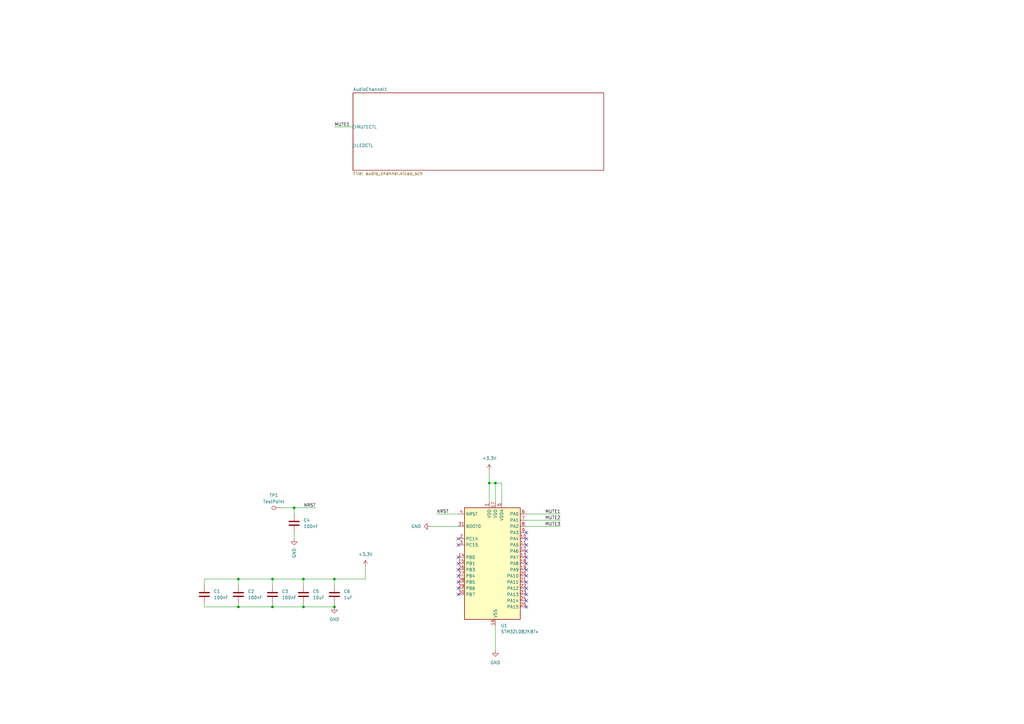
<source format=kicad_sch>
(kicad_sch (version 20231120) (generator "eeschema") (generator_version "8.0")
  (paper "A3")
  (lib_symbols
    (symbol "Connector:TestPoint" (pin_numbers hide) (pin_names (offset 0.762) hide)
      (property "Reference" "TP" (at 0 6.858 0))
      (property "Value" "TestPoint" (at 0 5.08 0))
      (symbol "TestPoint_0_1"
        (circle (center 0 3.302) (radius 0.762))
      )
      (symbol "TestPoint_1_1"
        (pin passive line (at 0 0 90) (length 2.54) (name "1") (number "1"))
      )
    )
    (symbol "Device:C" (pin_numbers hide) (pin_names (offset 0.254))
      (property "Reference" "C" (at 0.635 2.54 0))
      (property "Value" "C" (at 0.635 -2.54 0))
      (symbol "C_0_1"
        (polyline (pts (xy -2.032 -0.762) (xy 2.032 -0.762)) (stroke (width 0.508)))
        (polyline (pts (xy -2.032 0.762) (xy 2.032 0.762)) (stroke (width 0.508)))
      )
      (symbol "C_1_1"
        (pin passive line (at 0 3.81 270) (length 2.794) (name "~") (number "1"))
        (pin passive line (at 0 -3.81 90) (length 2.794) (name "~") (number "2"))
      )
    )
    (symbol "MCU_ST_STM32L0:STM32L082KBTx"
      (property "Reference" "U" (at -10.16 24.13 0))
      (property "Value" "STM32L082KBTx" (at 7.62 24.13 0))
      (symbol "STM32L082KBTx_0_1"
        (rectangle (start -10.16 -22.86) (end 12.7 22.86) (stroke (width 0.254)) (fill (type background)))
      )
      (symbol "STM32L082KBTx_1_1"
        (pin power_in line (at 0 25.4 270) (length 2.54) (name "VDD") (number "1"))
        (pin bidirectional line (at 15.24 10.16 180) (length 2.54) (name "PA4") (number "10"))
        (pin bidirectional line (at 15.24 7.62 180) (length 2.54) (name "PA5") (number "11"))
        (pin bidirectional line (at 15.24 5.08 180) (length 2.54) (name "PA6") (number "12"))
        (pin bidirectional line (at 15.24 2.54 180) (length 2.54) (name "PA7") (number "13"))
        (pin bidirectional line (at -12.7 2.54 0) (length 2.54) (name "PB0") (number "14"))
        (pin bidirectional line (at -12.7 0 0) (length 2.54) (name "PB1") (number "15"))
        (pin power_in line (at 2.54 -25.4 90) (length 2.54) (name "VSS") (number "16"))
        (pin power_in line (at 2.54 25.4 270) (length 2.54) (name "VDD") (number "17"))
        (pin bidirectional line (at 15.24 0 180) (length 2.54) (name "PA8") (number "18"))
        (pin bidirectional line (at 15.24 -2.54 180) (length 2.54) (name "PA9") (number "19"))
        (pin bidirectional line (at -12.7 10.16 0) (length 2.54) (name "PC14") (number "2"))
        (pin bidirectional line (at 15.24 -5.08 180) (length 2.54) (name "PA10") (number "20"))
        (pin bidirectional line (at 15.24 -7.62 180) (length 2.54) (name "PA11") (number "21"))
        (pin bidirectional line (at 15.24 -10.16 180) (length 2.54) (name "PA12") (number "22"))
        (pin bidirectional line (at 15.24 -12.7 180) (length 2.54) (name "PA13") (number "23"))
        (pin bidirectional line (at 15.24 -15.24 180) (length 2.54) (name "PA14") (number "24"))
        (pin bidirectional line (at 15.24 -17.78 180) (length 2.54) (name "PA15") (number "25"))
        (pin bidirectional line (at -12.7 -2.54 0) (length 2.54) (name "PB3") (number "26"))
        (pin bidirectional line (at -12.7 -5.08 0) (length 2.54) (name "PB4") (number "27"))
        (pin bidirectional line (at -12.7 -7.62 0) (length 2.54) (name "PB5") (number "28"))
        (pin bidirectional line (at -12.7 -10.16 0) (length 2.54) (name "PB6") (number "29"))
        (pin bidirectional line (at -12.7 7.62 0) (length 2.54) (name "PC15") (number "3"))
        (pin bidirectional line (at -12.7 -12.7 0) (length 2.54) (name "PB7") (number "30"))
        (pin input line (at -12.7 15.24 0) (length 2.54) (name "BOOT0") (number "31"))
        (pin passive line (at 2.54 -25.4 90) (length 2.54) hide (name "VSS") (number "32"))
        (pin input line (at -12.7 20.32 0) (length 2.54) (name "NRST") (number "4"))
        (pin power_in line (at 5.08 25.4 270) (length 2.54) (name "VDDA") (number "5"))
        (pin bidirectional line (at 15.24 20.32 180) (length 2.54) (name "PA0") (number "6"))
        (pin bidirectional line (at 15.24 17.78 180) (length 2.54) (name "PA1") (number "7"))
        (pin bidirectional line (at 15.24 15.24 180) (length 2.54) (name "PA2") (number "8"))
        (pin bidirectional line (at 15.24 12.7 180) (length 2.54) (name "PA3") (number "9"))
      )
    )
    (symbol "power:+3.3V" (power) (pin_names (offset 0))
      (property "Value" "+3.3V" (at 0 3.556 0))
      (symbol "+3.3V_0_1"
        (polyline (pts (xy -0.762 1.27) (xy 0 2.54)))
        (polyline (pts (xy 0 0) (xy 0 2.54)))
        (polyline (pts (xy 0 2.54) (xy 0.762 1.27)))
      )
      (symbol "+3.3V_1_1"
        (pin power_in line (at 0 0 90) (length 0) hide (name "+3.3V") (number "1"))
      )
    )
    (symbol "power:GND" (power) (pin_names (offset 0))
      (property "Value" "GND" (at 0 -3.81 0))
      (symbol "GND_0_1"
        (polyline (pts (xy 0 0) (xy 0 -1.27) (xy 1.27 -1.27) (xy 0 -2.54) (xy -1.27 -1.27) (xy 0 -1.27)))
      )
      (symbol "GND_1_1"
        (pin power_in line (at 0 0 270) (length 0) hide (name "GND") (number "1"))
      )
    )
  )
  (junction (at 97.79 248.92))
  (junction (at 200.66 198.12))
  (junction (at 124.46 237.49))
  (junction (at 111.76 248.92))
  (junction (at 124.46 248.92))
  (junction (at 203.2 198.12))
  (junction (at 97.79 237.49))
  (junction (at 137.16 237.49))
  (junction (at 120.65 208.28))
  (junction (at 137.16 248.92))
  (junction (at 111.76 237.49))
  (no_connect (at 187.96 220.98))
  (no_connect (at 215.9 246.38))
  (no_connect (at 215.9 238.76))
  (no_connect (at 215.9 226.06))
  (no_connect (at 187.96 233.68))
  (no_connect (at 187.96 241.3))
  (no_connect (at 215.9 233.68))
  (no_connect (at 215.9 236.22))
  (no_connect (at 187.96 223.52))
  (no_connect (at 187.96 236.22))
  (no_connect (at 215.9 223.52))
  (no_connect (at 215.9 231.14))
  (no_connect (at 215.9 243.84))
  (no_connect (at 187.96 243.84))
  (no_connect (at 215.9 241.3))
  (no_connect (at 215.9 248.92))
  (no_connect (at 187.96 238.76))
  (no_connect (at 215.9 228.6))
  (no_connect (at 187.96 231.14))
  (no_connect (at 215.9 220.98))
  (no_connect (at 215.9 218.44))
  (no_connect (at 187.96 228.6))
  (wire (pts (xy 149.86 237.49) (xy 137.16 237.49)))
  (wire (pts (xy 97.79 237.49) (xy 83.82 237.49)))
  (wire (pts (xy 120.65 208.28) (xy 120.65 210.82)))
  (wire (pts (xy 149.86 232.41) (xy 149.86 237.49)))
  (wire (pts (xy 124.46 237.49) (xy 124.46 240.03)))
  (wire (pts (xy 124.46 248.92) (xy 137.16 248.92)))
  (wire (pts (xy 137.16 52.07) (xy 144.78 52.07)))
  (wire (pts (xy 97.79 248.92) (xy 111.76 248.92)))
  (wire (pts (xy 203.2 256.54) (xy 203.2 266.7)))
  (wire (pts (xy 97.79 237.49) (xy 97.79 240.03)))
  (wire (pts (xy 137.16 237.49) (xy 137.16 240.03)))
  (wire (pts (xy 83.82 237.49) (xy 83.82 240.03)))
  (wire (pts (xy 111.76 237.49) (xy 97.79 237.49)))
  (wire (pts (xy 200.66 198.12) (xy 200.66 205.74)))
  (wire (pts (xy 120.65 208.28) (xy 129.54 208.28)))
  (wire (pts (xy 205.74 198.12) (xy 203.2 198.12)))
  (wire (pts (xy 111.76 248.92) (xy 124.46 248.92)))
  (wire (pts (xy 215.9 210.82) (xy 229.87 210.82)))
  (wire (pts (xy 120.65 220.98) (xy 120.65 218.44)))
  (wire (pts (xy 200.66 193.04) (xy 200.66 198.12)))
  (wire (pts (xy 205.74 198.12) (xy 205.74 205.74)))
  (wire (pts (xy 203.2 198.12) (xy 203.2 205.74)))
  (wire (pts (xy 115.57 208.28) (xy 120.65 208.28)))
  (wire (pts (xy 124.46 237.49) (xy 111.76 237.49)))
  (wire (pts (xy 203.2 198.12) (xy 200.66 198.12)))
  (wire (pts (xy 137.16 237.49) (xy 124.46 237.49)))
  (wire (pts (xy 187.96 210.82) (xy 179.07 210.82)))
  (wire (pts (xy 97.79 247.65) (xy 97.79 248.92)))
  (wire (pts (xy 176.53 215.9) (xy 187.96 215.9)))
  (wire (pts (xy 215.9 213.36) (xy 229.87 213.36)))
  (wire (pts (xy 111.76 237.49) (xy 111.76 240.03)))
  (wire (pts (xy 137.16 248.92) (xy 137.16 247.65)))
  (wire (pts (xy 83.82 247.65) (xy 83.82 248.92)))
  (wire (pts (xy 111.76 247.65) (xy 111.76 248.92)))
  (wire (pts (xy 83.82 248.92) (xy 97.79 248.92)))
  (wire (pts (xy 215.9 215.9) (xy 229.87 215.9)))
  (wire (pts (xy 124.46 247.65) (xy 124.46 248.92)))
  (label "MUTE1" (at 229.87 210.82 180))
  (label "MUTE2" (at 229.87 213.36 180))
  (label "NRST" (at 179.07 210.82 0))
  (label "MUTE1" (at 137.16 52.07 0))
  (label "NRST" (at 129.54 208.28 180))
  (label "MUTE3" (at 229.87 215.9 180))
  (symbol (lib_id "power:GND") (at 203.2 266.7 0) (unit 1)
    (property "Reference" "#PWR06" (effects (hide yes)))
    (property "Value" "GND" (at 203.2 271.78 0))
    (property "Description" "Power symbol creates a global label with name \"GND\" , ground" (effects (hide yes)))
  )
  (symbol (lib_id "MCU_ST_STM32L0:STM32L082KBTx") (at 200.66 231.14 0) (unit 1)
    (property "Reference" "U1" (at 205.3941 256.54 0) (effects (justify left)))
    (property "Value" "STM32L082KBTx" (at 205.3941 259.08 0) (effects (justify left)))
    (property "Footprint" "Package_QFP:LQFP-32_7x7mm_P0.8mm" (effects (hide yes)))
    (property "Datasheet" "https://www.st.com/resource/en/datasheet/stm32l082kb.pdf" (effects (hide yes)))
    (property "Description" "STMicroelectronics Arm Cortex-M0+ MCU, 128KB flash, 20KB RAM, 32 MHz, 1.65-3.6V, 25 GPIO, LQFP32" (effects (hide yes)))
  )
  (symbol (lib_id "power:+3.3V") (at 200.66 193.04 0) (unit 1)
    (property "Reference" "#PWR05" (effects (hide yes)))
    (property "Value" "+3.3V" (at 200.66 187.96 0))
    (property "Description" "Power symbol creates a global label with name \"+3.3V\"" (effects (hide yes)))
  )
  (symbol (lib_id "Device:C") (at 83.82 243.84 0) (unit 1)
    (property "Reference" "C1" (at 87.63 242.5699 0) (effects (justify left)))
    (property "Value" "100nF" (at 87.63 245.1099 0) (effects (justify left)))
    (property "Description" "Unpolarized capacitor" (effects (hide yes)))
  )
  (symbol (lib_id "Connector:TestPoint") (at 115.57 208.28 90) (unit 1)
    (property "Reference" "TP1" (at 112.268 203.2 90))
    (property "Value" "TestPoint" (at 112.268 205.74 90))
    (property "Description" "test point" (effects (hide yes)))
  )
  (symbol (lib_id "Device:C") (at 97.79 243.84 0) (unit 1)
    (property "Reference" "C2" (at 101.6 242.5699 0) (effects (justify left)))
    (property "Value" "100nF" (at 101.6 245.1099 0) (effects (justify left)))
    (property "Description" "Unpolarized capacitor" (effects (hide yes)))
  )
  (symbol (lib_id "Device:C") (at 111.76 243.84 0) (unit 1)
    (property "Reference" "C3" (at 115.57 242.5699 0) (effects (justify left)))
    (property "Value" "100nF" (at 115.57 245.1099 0) (effects (justify left)))
    (property "Description" "Unpolarized capacitor" (effects (hide yes)))
  )
  (symbol (lib_id "power:+3.3V") (at 149.86 232.41 0) (unit 1)
    (property "Reference" "#PWR03" (effects (hide yes)))
    (property "Value" "+3.3V" (at 149.86 227.33 0))
    (property "Description" "Power symbol creates a global label with name \"+3.3V\"" (effects (hide yes)))
  )
  (symbol (lib_id "power:GND") (at 120.65 220.98 0) (unit 1)
    (property "Reference" "#PWR01" (effects (hide yes)))
    (property "Value" "GND" (at 120.6499 224.79 90) (effects (justify right)))
    (property "Description" "Power symbol creates a global label with name \"GND\" , ground" (effects (hide yes)))
  )
  (symbol (lib_id "Device:C") (at 137.16 243.84 0) (unit 1)
    (property "Reference" "C6" (at 140.97 242.5699 0) (effects (justify left)))
    (property "Value" "1uF" (at 140.97 245.1099 0) (effects (justify left)))
    (property "Description" "Unpolarized capacitor" (effects (hide yes)))
  )
  (symbol (lib_id "Device:C") (at 124.46 243.84 0) (unit 1)
    (property "Reference" "C5" (at 128.27 242.5699 0) (effects (justify left)))
    (property "Value" "10uF" (at 128.27 245.1099 0) (effects (justify left)))
    (property "Description" "Unpolarized capacitor" (effects (hide yes)))
  )
  (symbol (lib_id "power:GND") (at 137.16 248.92 0) (unit 1)
    (property "Reference" "#PWR02" (effects (hide yes)))
    (property "Value" "GND" (at 137.16 254 0))
    (property "Description" "Power symbol creates a global label with name \"GND\" , ground" (effects (hide yes)))
  )
  (symbol (lib_id "Device:C") (at 120.65 214.63 0) (unit 1)
    (property "Reference" "C4" (at 124.46 213.3599 0) (effects (justify left)))
    (property "Value" "100nF" (at 124.46 215.8999 0) (effects (justify left)))
    (property "Description" "Unpolarized capacitor" (effects (hide yes)))
  )
  (symbol (lib_id "power:GND") (at 176.53 215.9 270) (unit 1)
    (property "Reference" "#PWR04" (effects (hide yes)))
    (property "Value" "GND" (at 172.72 215.8999 90) (effects (justify right)))
    (property "Description" "Power symbol creates a global label with name \"GND\" , ground" (effects (hide yes)))
  )
  (sheet (at 144.78 38.1) (size 102.87 31.75) (stroke (width 0.1524))
    (property "Sheetname" "AudioChannel1" (at 144.78 37.3884 0) (effects (justify left bottom)))
    (property "Sheetfile" "audio_channel.kicad_sch" (at 144.78 70.4346 0) (effects (justify left top)))
    (pin "MUTECTL" input (at 144.78 52.07 180))
    (pin "LEDCTL" input (at 144.78 59.69 180))
  )
)
</source>
